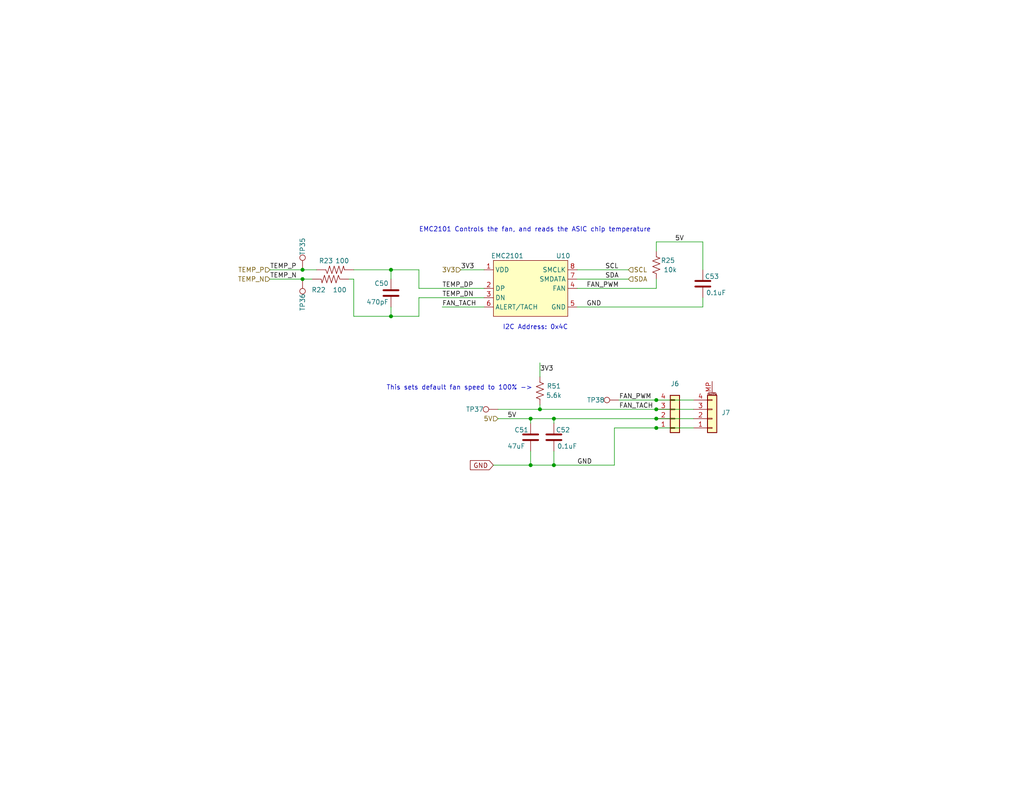
<source format=kicad_sch>
(kicad_sch (version 20231120) (generator "eeschema") (generator_version "8.0")
  (paper "A")
  (title_block (title "bitaxeSupra") (date "2024-04-07") (rev "403"))
  (lib_symbols
    (symbol "Connector:TestPoint" (pin_numbers hide) (pin_names (offset 0.762) hide)
      (property "Reference" "TP" (at 0 6.858 0))
      (property "Value" "TestPoint" (at 0 5.08 0))
      (symbol "TestPoint_0_1"
        (circle (center 0 3.302) (radius 0.762))
      )
      (symbol "TestPoint_1_1"
        (pin passive line (at 0 0 90) (length 2.54) (name "1") (number "1"))
      )
    )
    (symbol "Connector_Generic:Conn_01x04" (pin_names (offset 1.016) hide)
      (property "Reference" "J" (at 0 5.08 0))
      (property "Value" "Conn_01x04" (at 0 -7.62 0))
      (symbol "Conn_01x04_1_1"
        (rectangle (start -1.27 -4.953) (end 0 -5.207) (stroke (width 0.1524)))
        (rectangle (start -1.27 -2.413) (end 0 -2.667) (stroke (width 0.1524)))
        (rectangle (start -1.27 0.127) (end 0 -0.127) (stroke (width 0.1524)))
        (rectangle (start -1.27 2.667) (end 0 2.413) (stroke (width 0.1524)))
        (rectangle (start -1.27 3.81) (end 1.27 -6.35) (stroke (width 0.254)) (fill (type background)))
        (pin passive line (at -5.08 2.54 0) (length 3.81) (name "Pin_1") (number "1"))
        (pin passive line (at -5.08 0 0) (length 3.81) (name "Pin_2") (number "2"))
        (pin passive line (at -5.08 -2.54 0) (length 3.81) (name "Pin_3") (number "3"))
        (pin passive line (at -5.08 -5.08 0) (length 3.81) (name "Pin_4") (number "4"))
      )
    )
    (symbol "Connector_Generic_MountingPin:Conn_01x04_MountingPin" (pin_names (offset 1.016) hide)
      (property "Reference" "J" (at 0 5.08 0))
      (property "Value" "Conn_01x04_MountingPin" (at 1.27 -7.62 0))
      (symbol "Conn_01x04_MountingPin_1_1"
        (rectangle (start -1.27 -4.953) (end 0 -5.207) (stroke (width 0.1524)))
        (rectangle (start -1.27 -2.413) (end 0 -2.667) (stroke (width 0.1524)))
        (rectangle (start -1.27 0.127) (end 0 -0.127) (stroke (width 0.1524)))
        (rectangle (start -1.27 2.667) (end 0 2.413) (stroke (width 0.1524)))
        (rectangle (start -1.27 3.81) (end 1.27 -6.35) (stroke (width 0.254)) (fill (type background)))
        (polyline (pts (xy -1.016 -7.112) (xy 1.016 -7.112)) (stroke (width 0.1524)))
        (text "Mounting" (at 0 -6.731 0) (effects (font (size 0.381 0.381))))
        (pin passive line (at -5.08 2.54 0) (length 3.81) (name "Pin_1") (number "1"))
        (pin passive line (at -5.08 0 0) (length 3.81) (name "Pin_2") (number "2"))
        (pin passive line (at -5.08 -2.54 0) (length 3.81) (name "Pin_3") (number "3"))
        (pin passive line (at -5.08 -5.08 0) (length 3.81) (name "Pin_4") (number "4"))
        (pin passive line (at 0 -10.16 90) (length 3.048) (name "MountPin") (number "MP"))
      )
    )
    (symbol "DayMiner-eagle-import:RESISTOR0402-RES"
      (property "Reference" "R" (at -3.81 1.4986 0))
      (property "Value" "RESISTOR0402-RES" (at -3.81 -3.302 0))
      (symbol "RESISTOR0402-RES_1_0"
        (polyline (pts (xy -2.54 0) (xy -2.159 1.016)) (stroke (width 0.1524)))
        (polyline (pts (xy -2.159 1.016) (xy -1.524 -1.016)) (stroke (width 0.1524)))
        (polyline (pts (xy -1.524 -1.016) (xy -0.889 1.016)) (stroke (width 0.1524)))
        (polyline (pts (xy -0.889 1.016) (xy -0.254 -1.016)) (stroke (width 0.1524)))
        (polyline (pts (xy -0.254 -1.016) (xy 0.381 1.016)) (stroke (width 0.1524)))
        (polyline (pts (xy 0.381 1.016) (xy 1.016 -1.016)) (stroke (width 0.1524)))
        (polyline (pts (xy 1.016 -1.016) (xy 1.651 1.016)) (stroke (width 0.1524)))
        (polyline (pts (xy 1.651 1.016) (xy 2.286 -1.016)) (stroke (width 0.1524)))
        (polyline (pts (xy 2.286 -1.016) (xy 2.54 0)) (stroke (width 0.1524)))
        (pin passive line (at -5.08 0 0) (length 2.54) (name "1") (number "1"))
        (pin passive line (at 5.08 0 180) (length 2.54) (name "2") (number "2"))
      )
    )
    (symbol "Device:C" (pin_numbers hide) (pin_names (offset 0.254))
      (property "Reference" "C" (at 0.635 2.54 0))
      (property "Value" "C" (at 0.635 -2.54 0))
      (symbol "C_0_1"
        (polyline (pts (xy -2.032 -0.762) (xy 2.032 -0.762)) (stroke (width 0.508)))
        (polyline (pts (xy -2.032 0.762) (xy 2.032 0.762)) (stroke (width 0.508)))
      )
      (symbol "C_1_1"
        (pin passive line (at 0 3.81 270) (length 2.794) (name "~") (number "1"))
        (pin passive line (at 0 -3.81 90) (length 2.794) (name "~") (number "2"))
      )
    )
    (symbol "Device:R_US" (pin_numbers hide) (pin_names (offset 0))
      (property "Reference" "R" (at 2.54 0 90))
      (property "Value" "R_US" (at -2.54 0 90))
      (symbol "R_US_0_1"
        (polyline (pts (xy 0 -2.286) (xy 0 -2.54)))
        (polyline (pts (xy 0 2.286) (xy 0 2.54)))
        (polyline (pts (xy 0 -0.762) (xy 1.016 -1.143) (xy 0 -1.524) (xy -1.016 -1.905) (xy 0 -2.286)))
        (polyline (pts (xy 0 0.762) (xy 1.016 0.381) (xy 0 0) (xy -1.016 -0.381) (xy 0 -0.762)))
        (polyline (pts (xy 0 2.286) (xy 1.016 1.905) (xy 0 1.524) (xy -1.016 1.143) (xy 0 0.762)))
      )
      (symbol "R_US_1_1"
        (pin passive line (at 0 3.81 270) (length 1.27) (name "~") (number "1"))
        (pin passive line (at 0 -3.81 90) (length 1.27) (name "~") (number "2"))
      )
    )
    (symbol "bitaxe:EMC2101"
      (property "Reference" "U7" (at 8.89 8.89 0))
      (property "Value" "EMC2101" (at -6.35 8.89 0))
      (symbol "EMC2101_0_1"
        (rectangle (start -10.16 7.62) (end 10.16 -7.62) (stroke (width 0.1524)) (fill (type background)))
      )
      (symbol "EMC2101_1_1"
        (pin power_in line (at -12.7 5.08 0) (length 2.54) (name "VDD") (number "1"))
        (pin input line (at -12.7 0 0) (length 2.54) (name "DP") (number "2"))
        (pin input line (at -12.7 -2.54 0) (length 2.54) (name "DN") (number "3"))
        (pin output line (at 12.7 0 180) (length 2.54) (name "FAN") (number "4"))
        (pin power_in line (at 12.7 -5.08 180) (length 2.54) (name "GND") (number "5"))
        (pin input line (at -12.7 -5.08 0) (length 2.54) (name "ALERT/TACH") (number "6"))
        (pin input line (at 12.7 2.54 180) (length 2.54) (name "SMDATA") (number "7"))
        (pin input line (at 12.7 5.08 180) (length 2.54) (name "SMCLK") (number "8"))
      )
    )
  )
  (junction (at 82.55 73.66))
  (junction (at 82.55 76.2))
  (junction (at 179.07 111.76))
  (junction (at 151.13 114.3))
  (junction (at 179.07 116.84))
  (junction (at 179.07 109.22))
  (junction (at 106.68 86.36))
  (junction (at 179.07 114.3))
  (junction (at 147.32 111.76))
  (junction (at 144.78 114.3))
  (junction (at 106.68 73.66))
  (junction (at 144.78 127))
  (junction (at 151.13 127))
  (wire (pts (xy 157.48 73.66) (xy 171.45 73.66)))
  (wire (pts (xy 144.78 123.19) (xy 144.78 127)))
  (wire (pts (xy 132.08 78.74) (xy 114.3 78.74)))
  (wire (pts (xy 179.07 114.3) (xy 189.23 114.3)))
  (wire (pts (xy 179.07 116.84) (xy 189.23 116.84)))
  (wire (pts (xy 135.89 111.76) (xy 147.32 111.76)))
  (wire (pts (xy 144.78 127) (xy 151.13 127)))
  (wire (pts (xy 179.07 66.04) (xy 191.77 66.04)))
  (wire (pts (xy 120.65 83.82) (xy 132.08 83.82)))
  (wire (pts (xy 147.32 111.76) (xy 179.07 111.76)))
  (wire (pts (xy 157.48 76.2) (xy 171.45 76.2)))
  (wire (pts (xy 144.78 114.3) (xy 151.13 114.3)))
  (wire (pts (xy 114.3 81.28) (xy 114.3 86.36)))
  (wire (pts (xy 125.73 73.66) (xy 132.08 73.66)))
  (wire (pts (xy 167.64 116.84) (xy 167.64 127)))
  (wire (pts (xy 191.77 81.28) (xy 191.77 83.82)))
  (wire (pts (xy 82.55 73.66) (xy 86.36 73.66)))
  (wire (pts (xy 191.77 66.04) (xy 191.77 73.66)))
  (wire (pts (xy 96.52 86.36) (xy 106.68 86.36)))
  (wire (pts (xy 179.07 66.04) (xy 179.07 68.58)))
  (wire (pts (xy 96.52 76.2) (xy 96.52 86.36)))
  (wire (pts (xy 151.13 114.3) (xy 179.07 114.3)))
  (wire (pts (xy 114.3 73.66) (xy 106.68 73.66)))
  (wire (pts (xy 151.13 114.3) (xy 151.13 115.57)))
  (wire (pts (xy 114.3 86.36) (xy 106.68 86.36)))
  (wire (pts (xy 179.07 78.74) (xy 179.07 76.2)))
  (wire (pts (xy 167.64 116.84) (xy 179.07 116.84)))
  (wire (pts (xy 96.52 76.2) (xy 95.25 76.2)))
  (wire (pts (xy 168.91 109.22) (xy 179.07 109.22)))
  (wire (pts (xy 157.48 83.82) (xy 191.77 83.82)))
  (wire (pts (xy 82.55 76.2) (xy 85.09 76.2)))
  (wire (pts (xy 147.32 110.49) (xy 147.32 111.76)))
  (wire (pts (xy 179.07 111.76) (xy 189.23 111.76)))
  (wire (pts (xy 132.08 81.28) (xy 114.3 81.28)))
  (wire (pts (xy 106.68 73.66) (xy 106.68 76.2)))
  (wire (pts (xy 157.48 78.74) (xy 179.07 78.74)))
  (wire (pts (xy 135.89 114.3) (xy 144.78 114.3)))
  (wire (pts (xy 134.62 127) (xy 144.78 127)))
  (wire (pts (xy 144.78 114.3) (xy 144.78 115.57)))
  (wire (pts (xy 151.13 127) (xy 167.64 127)))
  (wire (pts (xy 114.3 78.74) (xy 114.3 73.66)))
  (wire (pts (xy 106.68 83.82) (xy 106.68 86.36)))
  (wire (pts (xy 73.66 76.2) (xy 82.55 76.2)))
  (wire (pts (xy 147.32 99.06) (xy 147.32 102.87)))
  (wire (pts (xy 179.07 109.22) (xy 189.23 109.22)))
  (wire (pts (xy 106.68 73.66) (xy 96.52 73.66)))
  (wire (pts (xy 151.13 123.19) (xy 151.13 127)))
  (wire (pts (xy 73.66 73.66) (xy 82.55 73.66)))
  (text "EMC2101 Controls the fan, and reads the ASIC chip temperature" (at 114.3 63.5 0) (effects (font (size 1.27 1.27)) (justify left bottom)))
  (text "This sets default fan speed to 100% ->" (at 105.41 106.68 0) (effects (font (size 1.27 1.27)) (justify left bottom)))
  (text "I2C Address: 0x4C" (at 137.16 90.17 0) (effects (font (size 1.27 1.27)) (justify left bottom)))
  (label "5V" (at 184.15 66.04 0))
  (label "FAN_PWM" (at 160.02 78.74 0))
  (label "TEMP_DN" (at 120.65 81.28 0))
  (label "GND" (at 160.02 83.82 0))
  (label "TEMP_P" (at 73.66 73.66 0))
  (label "SCL" (at 165.1 73.66 0))
  (label "3V3" (at 147.32 101.6 0))
  (label "FAN_TACH" (at 120.65 83.82 0))
  (label "GND" (at 157.48 127 0))
  (label "FAN_PWM" (at 168.91 109.22 0))
  (label "3V3" (at 125.73 73.66 0))
  (label "5V" (at 138.43 114.3 0))
  (label "SDA" (at 165.1 76.2 0))
  (label "TEMP_DP" (at 120.65 78.74 0))
  (label "TEMP_N" (at 73.66 76.2 0))
  (label "FAN_TACH" (at 168.91 111.76 0))
  (global_label "GND" (shape input) (at 134.62 127 180) (property "Intersheetrefs" "${INTERSHEET_REFS}" (effects (hide yes))))
  (hierarchical_label "5V" (shape input) (at 135.89 114.3 180))
  (hierarchical_label "TEMP_P" (shape input) (at 73.66 73.66 180))
  (hierarchical_label "TEMP_N" (shape input) (at 73.66 76.2 180))
  (hierarchical_label "SCL" (shape input) (at 171.45 73.66 0))
  (hierarchical_label "3V3" (shape input) (at 125.73 73.66 180))
  (hierarchical_label "SDA" (shape input) (at 171.45 76.2 0))
  (symbol (lib_id "Connector:TestPoint") (at 168.91 109.22 90) (mirror x) (unit 1) (in_bom no)
    (property "Reference" "TP38" (at 162.56 109.22 90))
    (property "Value" "TestPoint" (effects (hide yes)))
    (property "Footprint" "TestPoint:TestPoint_Pad_D1.5mm" (effects (hide yes)))
  )
  (symbol (lib_id "Device:R_US") (at 147.32 106.68 180) (unit 1)
    (property "Reference" "R51" (at 151.13 105.41 0))
    (property "Value" "5.6k" (at 151.13 107.95 0))
    (property "Footprint" "Resistor_SMD:R_0402_1005Metric" (effects (hide yes)))
    (property "DK" "13-RC0402FR-135K6LCT-ND" (effects (hide yes)))
    (property "PARTNO" "RC0402FR-135K6L" (effects (hide yes)))
  )
  (symbol (lib_id "Device:C") (at 191.77 77.47 0) (mirror y) (unit 1)
    (property "Reference" "C53" (at 196.215 76.2 0) (effects (justify left bottom)))
    (property "Value" "0.1uF" (at 198.12 80.645 0) (effects (justify left bottom)))
    (property "Footprint" "Capacitor_SMD:C_0402_1005Metric" (effects (hide yes)))
    (property "DK" "1276-1234-1-ND" (effects (hide yes)))
    (property "PARTNO" "CL05A104KO5NNNC" (effects (hide yes)))
  )
  (symbol (lib_id "Device:C") (at 151.13 119.38 0) (mirror y) (unit 1)
    (property "Reference" "C52" (at 155.575 118.11 0) (effects (justify left bottom)))
    (property "Value" "0.1uF" (at 157.48 122.555 0) (effects (justify left bottom)))
    (property "Footprint" "Capacitor_SMD:C_0402_1005Metric" (effects (hide yes)))
    (property "DK" "1276-1234-1-ND" (effects (hide yes)))
    (property "PARTNO" "CL05A104KO5NNNC" (effects (hide yes)))
  )
  (symbol (lib_id "DayMiner-eagle-import:RESISTOR0402-RES") (at 90.17 76.2 0) (mirror y) (unit 1)
    (property "Reference" "R22" (at 88.9 79.88 0) (effects (justify left bottom)))
    (property "Value" "100" (at 94.615 79.88 0) (effects (justify left bottom)))
    (property "Footprint" "Resistor_SMD:R_0402_1005Metric" (effects (hide yes)))
    (property "DK" "311-100LRCT-ND" (effects (hide yes)))
    (property "PARTNO" "RC0402FR-07100RL" (effects (hide yes)))
  )
  (symbol (lib_id "Connector_Generic_MountingPin:Conn_01x04_MountingPin") (at 194.31 114.3 0) (mirror x) (unit 1)
    (property "Reference" "J7" (at 196.85 112.6743 0) (effects (justify left)))
    (property "Value" "Conn_01x04" (effects (hide yes)))
    (property "Footprint" "bitaxe:JST_SH_BM04B-SRSS-TB_1x04-1MP_P1.00mm_Vertical" (effects (hide yes)))
    (property "Description" "Generic connectable mounting pin connector, single row, 01x04, script generated (kicad-library-utils/schlib/autogen/connector/)" (effects (hide yes)))
  )
  (symbol (lib_id "Device:C") (at 106.68 80.01 0) (mirror y) (unit 1)
    (property "Reference" "C50" (at 106.045 78.105 0) (effects (justify left bottom)))
    (property "Value" "470pF" (at 106.045 83.185 0) (effects (justify left bottom)))
    (property "Footprint" "Capacitor_SMD:C_0402_1005Metric" (effects (hide yes)))
    (property "DK" "1276-1566-1-ND" (effects (hide yes)))
    (property "PARTNO" "CL05B471KB5NNNC" (effects (hide yes)))
  )
  (symbol (lib_id "Device:C") (at 144.78 119.38 0) (unit 1)
    (property "Reference" "C51" (at 140.335 118.11 0) (effects (justify left bottom)))
    (property "Value" "47uF" (at 138.43 122.555 0) (effects (justify left bottom)))
    (property "Footprint" "Capacitor_SMD:C_1210_3225Metric" (effects (hide yes)))
    (property "DK" "1276-3376-1-ND" (effects (hide yes)))
    (property "PARTNO" "CL32A476KOJNNNE" (effects (hide yes)))
  )
  (symbol (lib_id "Connector:TestPoint") (at 82.55 73.66 0) (unit 1) (in_bom no)
    (property "Reference" "TP35" (at 82.55 67.31 90))
    (property "Value" "TestPoint" (effects (hide yes)))
    (property "Footprint" "TestPoint:TestPoint_Pad_D1.5mm" (effects (hide yes)))
  )
  (symbol (lib_id "Connector_Generic:Conn_01x04") (at 184.15 114.3 0) (mirror x) (unit 1)
    (property "Reference" "J6" (at 184.15 104.775 0))
    (property "Value" "Conn_01x04" (effects (hide yes)))
    (property "Footprint" "bitaxe:470531000" (effects (hide yes)))
    (property "PARTNO" "0470531000" (effects (hide yes)))
    (property "DK" "WM4330-ND" (effects (hide yes)))
  )
  (symbol (lib_id "Connector:TestPoint") (at 82.55 76.2 180) (unit 1) (in_bom no)
    (property "Reference" "TP36" (at 82.55 82.55 90))
    (property "Value" "TestPoint" (effects (hide yes)))
    (property "Footprint" "TestPoint:TestPoint_Pad_D1.5mm" (effects (hide yes)))
  )
  (symbol (lib_id "DayMiner-eagle-import:RESISTOR0402-RES") (at 91.44 73.66 0) (mirror x) (unit 1)
    (property "Reference" "R23" (at 86.995 70.485 0) (effects (justify left bottom)))
    (property "Value" "100" (at 91.44 70.485 0) (effects (justify left bottom)))
    (property "Footprint" "Resistor_SMD:R_0402_1005Metric" (effects (hide yes)))
    (property "DK" "311-100LRCT-ND" (effects (hide yes)))
    (property "PARTNO" "RC0402FR-07100RL" (effects (hide yes)))
  )
  (symbol (lib_id "Connector:TestPoint") (at 135.89 111.76 90) (mirror x) (unit 1) (in_bom no)
    (property "Reference" "TP37" (at 129.54 111.76 90))
    (property "Value" "TestPoint" (effects (hide yes)))
    (property "Footprint" "TestPoint:TestPoint_Pad_D1.5mm" (effects (hide yes)))
  )
  (symbol (lib_id "Device:R_US") (at 179.07 72.39 180) (unit 1)
    (property "Reference" "R25" (at 182.245 71.12 0))
    (property "Value" "10k" (at 182.88 73.66 0))
    (property "Footprint" "Resistor_SMD:R_0402_1005Metric" (effects (hide yes)))
    (property "DK" "311-10KJRCT-ND" (effects (hide yes)))
    (property "PARTNO" "RC0402JR-0710KL" (effects (hide yes)))
  )
  (symbol (lib_id "bitaxe:EMC2101") (at 144.78 78.74 0) (unit 1)
    (property "Reference" "U10" (at 153.67 69.85 0))
    (property "Value" "EMC2101" (at 138.43 69.85 0))
    (property "Footprint" "Package_SO:TSSOP-8_3x3mm_P0.65mm" (effects (hide yes)))
    (property "Datasheet" "https://ww1.microchip.com/downloads/en/DeviceDoc/2101.pdf" (effects (hide yes)))
    (property "DK" "EMC2101-R-ACZL-CT-ND" (effects (hide yes)))
    (property "PARTNO" "EMC2101-R-ACZL-TR" (effects (hide yes)))
  )
)
</source>
